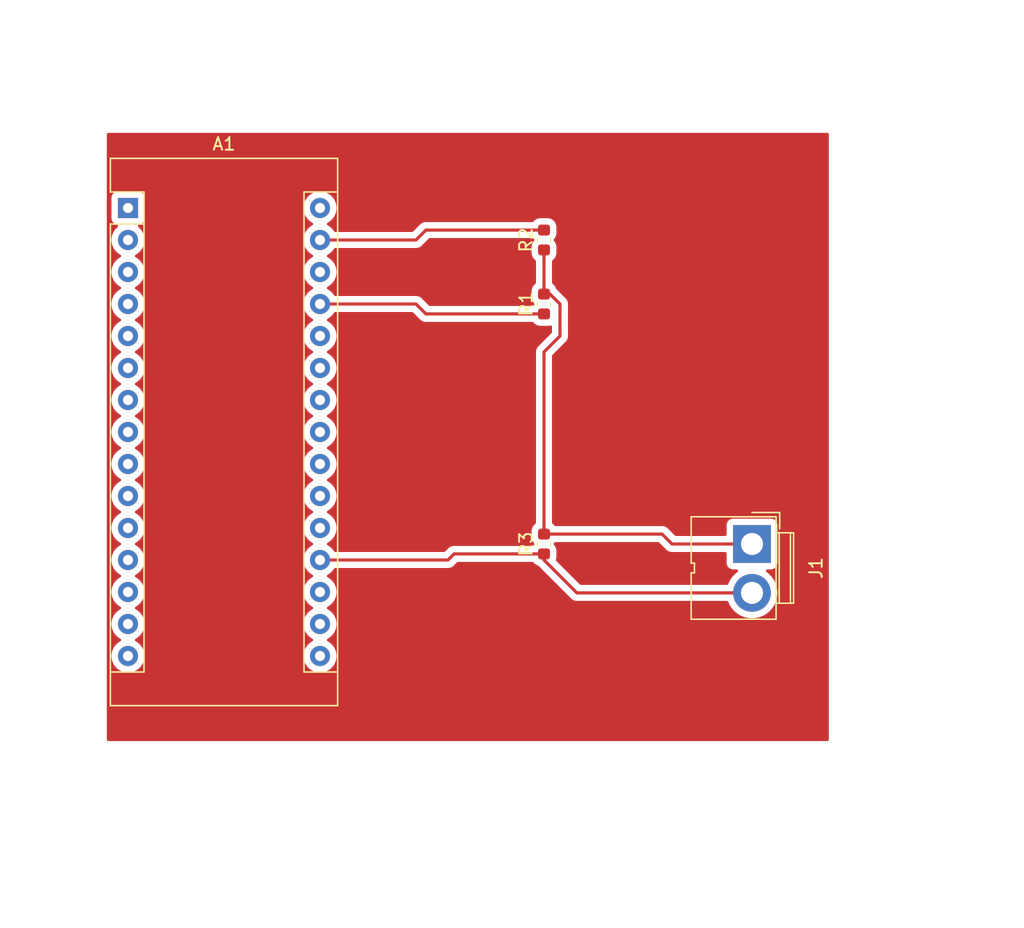
<source format=kicad_pcb>
(kicad_pcb (version 20171130) (host pcbnew 5.1.5+dfsg1-2build2)

  (general
    (thickness 1.6)
    (drawings 0)
    (tracks 21)
    (zones 0)
    (modules 5)
    (nets 32)
  )

  (page A4)
  (layers
    (0 F.Cu signal)
    (31 B.Cu signal)
    (32 B.Adhes user)
    (33 F.Adhes user)
    (34 B.Paste user)
    (35 F.Paste user)
    (36 B.SilkS user)
    (37 F.SilkS user)
    (38 B.Mask user)
    (39 F.Mask user)
    (40 Dwgs.User user)
    (41 Cmts.User user)
    (42 Eco1.User user)
    (43 Eco2.User user)
    (44 Edge.Cuts user)
    (45 Margin user)
    (46 B.CrtYd user)
    (47 F.CrtYd user)
    (48 B.Fab user)
    (49 F.Fab user)
  )

  (setup
    (last_trace_width 0.25)
    (trace_clearance 0.2)
    (zone_clearance 0.508)
    (zone_45_only no)
    (trace_min 0.2)
    (via_size 0.8)
    (via_drill 0.4)
    (via_min_size 0.4)
    (via_min_drill 0.3)
    (uvia_size 0.3)
    (uvia_drill 0.1)
    (uvias_allowed no)
    (uvia_min_size 0.2)
    (uvia_min_drill 0.1)
    (edge_width 0.05)
    (segment_width 0.2)
    (pcb_text_width 0.3)
    (pcb_text_size 1.5 1.5)
    (mod_edge_width 0.12)
    (mod_text_size 1 1)
    (mod_text_width 0.15)
    (pad_size 1.524 1.524)
    (pad_drill 0.762)
    (pad_to_mask_clearance 0.051)
    (solder_mask_min_width 0.25)
    (aux_axis_origin 0 0)
    (visible_elements FFFFFF7F)
    (pcbplotparams
      (layerselection 0x010fc_ffffffff)
      (usegerberextensions false)
      (usegerberattributes false)
      (usegerberadvancedattributes false)
      (creategerberjobfile false)
      (excludeedgelayer true)
      (linewidth 0.100000)
      (plotframeref false)
      (viasonmask false)
      (mode 1)
      (useauxorigin false)
      (hpglpennumber 1)
      (hpglpenspeed 20)
      (hpglpendiameter 15.000000)
      (psnegative false)
      (psa4output false)
      (plotreference true)
      (plotvalue true)
      (plotinvisibletext false)
      (padsonsilk false)
      (subtractmaskfromsilk false)
      (outputformat 1)
      (mirror false)
      (drillshape 1)
      (scaleselection 1)
      (outputdirectory ""))
  )

  (net 0 "")
  (net 1 "Net-(A1-Pad1)")
  (net 2 "Net-(A1-Pad17)")
  (net 3 "Net-(A1-Pad2)")
  (net 4 "Net-(A1-Pad18)")
  (net 5 "Net-(A1-Pad3)")
  (net 6 "Net-(A1-Pad19)")
  (net 7 "Net-(A1-Pad4)")
  (net 8 "Net-(A1-Pad20)")
  (net 9 "Net-(A1-Pad5)")
  (net 10 "Net-(A1-Pad21)")
  (net 11 "Net-(A1-Pad6)")
  (net 12 "Net-(A1-Pad22)")
  (net 13 "Net-(A1-Pad7)")
  (net 14 "Net-(A1-Pad23)")
  (net 15 "Net-(A1-Pad8)")
  (net 16 "Net-(A1-Pad24)")
  (net 17 "Net-(A1-Pad9)")
  (net 18 "Net-(A1-Pad25)")
  (net 19 "Net-(A1-Pad10)")
  (net 20 "Net-(A1-Pad26)")
  (net 21 "Net-(A1-Pad11)")
  (net 22 /vin_5V)
  (net 23 "Net-(A1-Pad12)")
  (net 24 "Net-(A1-Pad28)")
  (net 25 "Net-(A1-Pad13)")
  (net 26 GND)
  (net 27 "Net-(A1-Pad14)")
  (net 28 "Net-(A1-Pad30)")
  (net 29 "Net-(A1-Pad15)")
  (net 30 "Net-(A1-Pad16)")
  (net 31 "Net-(J1-Pad1)")

  (net_class Default "Esta es la clase de red por defecto."
    (clearance 0.2)
    (trace_width 0.25)
    (via_dia 0.8)
    (via_drill 0.4)
    (uvia_dia 0.3)
    (uvia_drill 0.1)
    (add_net /vin_5V)
    (add_net GND)
    (add_net "Net-(A1-Pad1)")
    (add_net "Net-(A1-Pad10)")
    (add_net "Net-(A1-Pad11)")
    (add_net "Net-(A1-Pad12)")
    (add_net "Net-(A1-Pad13)")
    (add_net "Net-(A1-Pad14)")
    (add_net "Net-(A1-Pad15)")
    (add_net "Net-(A1-Pad16)")
    (add_net "Net-(A1-Pad17)")
    (add_net "Net-(A1-Pad18)")
    (add_net "Net-(A1-Pad19)")
    (add_net "Net-(A1-Pad2)")
    (add_net "Net-(A1-Pad20)")
    (add_net "Net-(A1-Pad21)")
    (add_net "Net-(A1-Pad22)")
    (add_net "Net-(A1-Pad23)")
    (add_net "Net-(A1-Pad24)")
    (add_net "Net-(A1-Pad25)")
    (add_net "Net-(A1-Pad26)")
    (add_net "Net-(A1-Pad28)")
    (add_net "Net-(A1-Pad3)")
    (add_net "Net-(A1-Pad30)")
    (add_net "Net-(A1-Pad4)")
    (add_net "Net-(A1-Pad5)")
    (add_net "Net-(A1-Pad6)")
    (add_net "Net-(A1-Pad7)")
    (add_net "Net-(A1-Pad8)")
    (add_net "Net-(A1-Pad9)")
    (add_net "Net-(J1-Pad1)")
  )

  (module Module:Arduino_Nano (layer F.Cu) (tedit 58ACAF70) (tstamp 6266D699)
    (at 68.58 68.58)
    (descr "Arduino Nano, http://www.mouser.com/pdfdocs/Gravitech_Arduino_Nano3_0.pdf")
    (tags "Arduino Nano")
    (path /6266A888)
    (fp_text reference A1 (at 7.62 -5.08) (layer F.SilkS)
      (effects (font (size 1 1) (thickness 0.15)))
    )
    (fp_text value Arduino_Nano_v2.x (at 8.89 19.05 90) (layer F.Fab)
      (effects (font (size 1 1) (thickness 0.15)))
    )
    (fp_text user %R (at 6.35 19.05 90) (layer F.Fab)
      (effects (font (size 1 1) (thickness 0.15)))
    )
    (fp_line (start 1.27 1.27) (end 1.27 -1.27) (layer F.SilkS) (width 0.12))
    (fp_line (start 1.27 -1.27) (end -1.4 -1.27) (layer F.SilkS) (width 0.12))
    (fp_line (start -1.4 1.27) (end -1.4 39.5) (layer F.SilkS) (width 0.12))
    (fp_line (start -1.4 -3.94) (end -1.4 -1.27) (layer F.SilkS) (width 0.12))
    (fp_line (start 13.97 -1.27) (end 16.64 -1.27) (layer F.SilkS) (width 0.12))
    (fp_line (start 13.97 -1.27) (end 13.97 36.83) (layer F.SilkS) (width 0.12))
    (fp_line (start 13.97 36.83) (end 16.64 36.83) (layer F.SilkS) (width 0.12))
    (fp_line (start 1.27 1.27) (end -1.4 1.27) (layer F.SilkS) (width 0.12))
    (fp_line (start 1.27 1.27) (end 1.27 36.83) (layer F.SilkS) (width 0.12))
    (fp_line (start 1.27 36.83) (end -1.4 36.83) (layer F.SilkS) (width 0.12))
    (fp_line (start 3.81 31.75) (end 11.43 31.75) (layer F.Fab) (width 0.1))
    (fp_line (start 11.43 31.75) (end 11.43 41.91) (layer F.Fab) (width 0.1))
    (fp_line (start 11.43 41.91) (end 3.81 41.91) (layer F.Fab) (width 0.1))
    (fp_line (start 3.81 41.91) (end 3.81 31.75) (layer F.Fab) (width 0.1))
    (fp_line (start -1.4 39.5) (end 16.64 39.5) (layer F.SilkS) (width 0.12))
    (fp_line (start 16.64 39.5) (end 16.64 -3.94) (layer F.SilkS) (width 0.12))
    (fp_line (start 16.64 -3.94) (end -1.4 -3.94) (layer F.SilkS) (width 0.12))
    (fp_line (start 16.51 39.37) (end -1.27 39.37) (layer F.Fab) (width 0.1))
    (fp_line (start -1.27 39.37) (end -1.27 -2.54) (layer F.Fab) (width 0.1))
    (fp_line (start -1.27 -2.54) (end 0 -3.81) (layer F.Fab) (width 0.1))
    (fp_line (start 0 -3.81) (end 16.51 -3.81) (layer F.Fab) (width 0.1))
    (fp_line (start 16.51 -3.81) (end 16.51 39.37) (layer F.Fab) (width 0.1))
    (fp_line (start -1.53 -4.06) (end 16.75 -4.06) (layer F.CrtYd) (width 0.05))
    (fp_line (start -1.53 -4.06) (end -1.53 42.16) (layer F.CrtYd) (width 0.05))
    (fp_line (start 16.75 42.16) (end 16.75 -4.06) (layer F.CrtYd) (width 0.05))
    (fp_line (start 16.75 42.16) (end -1.53 42.16) (layer F.CrtYd) (width 0.05))
    (pad 1 thru_hole rect (at 0 0) (size 1.6 1.6) (drill 0.8) (layers *.Cu *.Mask)
      (net 1 "Net-(A1-Pad1)"))
    (pad 17 thru_hole oval (at 15.24 33.02) (size 1.6 1.6) (drill 0.8) (layers *.Cu *.Mask)
      (net 2 "Net-(A1-Pad17)"))
    (pad 2 thru_hole oval (at 0 2.54) (size 1.6 1.6) (drill 0.8) (layers *.Cu *.Mask)
      (net 3 "Net-(A1-Pad2)"))
    (pad 18 thru_hole oval (at 15.24 30.48) (size 1.6 1.6) (drill 0.8) (layers *.Cu *.Mask)
      (net 4 "Net-(A1-Pad18)"))
    (pad 3 thru_hole oval (at 0 5.08) (size 1.6 1.6) (drill 0.8) (layers *.Cu *.Mask)
      (net 5 "Net-(A1-Pad3)"))
    (pad 19 thru_hole oval (at 15.24 27.94) (size 1.6 1.6) (drill 0.8) (layers *.Cu *.Mask)
      (net 6 "Net-(A1-Pad19)"))
    (pad 4 thru_hole oval (at 0 7.62) (size 1.6 1.6) (drill 0.8) (layers *.Cu *.Mask)
      (net 7 "Net-(A1-Pad4)"))
    (pad 20 thru_hole oval (at 15.24 25.4) (size 1.6 1.6) (drill 0.8) (layers *.Cu *.Mask)
      (net 8 "Net-(A1-Pad20)"))
    (pad 5 thru_hole oval (at 0 10.16) (size 1.6 1.6) (drill 0.8) (layers *.Cu *.Mask)
      (net 9 "Net-(A1-Pad5)"))
    (pad 21 thru_hole oval (at 15.24 22.86) (size 1.6 1.6) (drill 0.8) (layers *.Cu *.Mask)
      (net 10 "Net-(A1-Pad21)"))
    (pad 6 thru_hole oval (at 0 12.7) (size 1.6 1.6) (drill 0.8) (layers *.Cu *.Mask)
      (net 11 "Net-(A1-Pad6)"))
    (pad 22 thru_hole oval (at 15.24 20.32) (size 1.6 1.6) (drill 0.8) (layers *.Cu *.Mask)
      (net 12 "Net-(A1-Pad22)"))
    (pad 7 thru_hole oval (at 0 15.24) (size 1.6 1.6) (drill 0.8) (layers *.Cu *.Mask)
      (net 13 "Net-(A1-Pad7)"))
    (pad 23 thru_hole oval (at 15.24 17.78) (size 1.6 1.6) (drill 0.8) (layers *.Cu *.Mask)
      (net 14 "Net-(A1-Pad23)"))
    (pad 8 thru_hole oval (at 0 17.78) (size 1.6 1.6) (drill 0.8) (layers *.Cu *.Mask)
      (net 15 "Net-(A1-Pad8)"))
    (pad 24 thru_hole oval (at 15.24 15.24) (size 1.6 1.6) (drill 0.8) (layers *.Cu *.Mask)
      (net 16 "Net-(A1-Pad24)"))
    (pad 9 thru_hole oval (at 0 20.32) (size 1.6 1.6) (drill 0.8) (layers *.Cu *.Mask)
      (net 17 "Net-(A1-Pad9)"))
    (pad 25 thru_hole oval (at 15.24 12.7) (size 1.6 1.6) (drill 0.8) (layers *.Cu *.Mask)
      (net 18 "Net-(A1-Pad25)"))
    (pad 10 thru_hole oval (at 0 22.86) (size 1.6 1.6) (drill 0.8) (layers *.Cu *.Mask)
      (net 19 "Net-(A1-Pad10)"))
    (pad 26 thru_hole oval (at 15.24 10.16) (size 1.6 1.6) (drill 0.8) (layers *.Cu *.Mask)
      (net 20 "Net-(A1-Pad26)"))
    (pad 11 thru_hole oval (at 0 25.4) (size 1.6 1.6) (drill 0.8) (layers *.Cu *.Mask)
      (net 21 "Net-(A1-Pad11)"))
    (pad 27 thru_hole oval (at 15.24 7.62) (size 1.6 1.6) (drill 0.8) (layers *.Cu *.Mask)
      (net 22 /vin_5V))
    (pad 12 thru_hole oval (at 0 27.94) (size 1.6 1.6) (drill 0.8) (layers *.Cu *.Mask)
      (net 23 "Net-(A1-Pad12)"))
    (pad 28 thru_hole oval (at 15.24 5.08) (size 1.6 1.6) (drill 0.8) (layers *.Cu *.Mask)
      (net 24 "Net-(A1-Pad28)"))
    (pad 13 thru_hole oval (at 0 30.48) (size 1.6 1.6) (drill 0.8) (layers *.Cu *.Mask)
      (net 25 "Net-(A1-Pad13)"))
    (pad 29 thru_hole oval (at 15.24 2.54) (size 1.6 1.6) (drill 0.8) (layers *.Cu *.Mask)
      (net 26 GND))
    (pad 14 thru_hole oval (at 0 33.02) (size 1.6 1.6) (drill 0.8) (layers *.Cu *.Mask)
      (net 27 "Net-(A1-Pad14)"))
    (pad 30 thru_hole oval (at 15.24 0) (size 1.6 1.6) (drill 0.8) (layers *.Cu *.Mask)
      (net 28 "Net-(A1-Pad30)"))
    (pad 15 thru_hole oval (at 0 35.56) (size 1.6 1.6) (drill 0.8) (layers *.Cu *.Mask)
      (net 29 "Net-(A1-Pad15)"))
    (pad 16 thru_hole oval (at 15.24 35.56) (size 1.6 1.6) (drill 0.8) (layers *.Cu *.Mask)
      (net 30 "Net-(A1-Pad16)"))
    (model ${KISYS3DMOD}/Module.3dshapes/Arduino_Nano_WithMountingHoles.wrl
      (at (xyz 0 0 0))
      (scale (xyz 1 1 1))
      (rotate (xyz 0 0 0))
    )
  )

  (module Connector:JWT_A3963_1x02_P3.96mm_Vertical (layer F.Cu) (tedit 5A2A57CE) (tstamp 6266D6BE)
    (at 118.11 95.25 270)
    (descr "JWT A3963, 3.96mm pitch Pin head connector (http://www.jwt.com.tw/pro_pdf/A3963.pdf)")
    (tags "connector JWT A3963 pinhead")
    (path /6266D1C0)
    (fp_text reference J1 (at 1.91 -5.08 90) (layer F.SilkS)
      (effects (font (size 1 1) (thickness 0.15)))
    )
    (fp_text value Conn_01x02 (at 1.91 6.35 90) (layer F.Fab)
      (effects (font (size 1 1) (thickness 0.15)))
    )
    (fp_text user %R (at 2.239999 4.044999 90) (layer F.Fab)
      (effects (font (size 1 1) (thickness 0.15)))
    )
    (fp_line (start 4.6 -3.2) (end 4.6 -1.8) (layer F.Fab) (width 0.1))
    (fp_line (start -0.8 -3.2) (end 4.6 -3.2) (layer F.Fab) (width 0.1))
    (fp_line (start -0.8 -1.8) (end -0.8 -3.2) (layer F.Fab) (width 0.1))
    (fp_line (start 0 -0.3) (end 1.25 -1.8) (layer F.Fab) (width 0.1))
    (fp_line (start -1.25 -1.8) (end 0 -0.3) (layer F.Fab) (width 0.1))
    (fp_line (start -2.5 -2.2) (end -2.5 0) (layer F.SilkS) (width 0.12))
    (fp_line (start -1.2 -2.2) (end -2.5 -2.2) (layer F.SilkS) (width 0.12))
    (fp_line (start -2.05 4.7) (end -2.05 -1.8) (layer F.Fab) (width 0.1))
    (fp_line (start 5.85 4.7) (end -2.05 4.7) (layer F.Fab) (width 0.1))
    (fp_line (start 5.85 -1.8) (end 5.85 4.7) (layer F.Fab) (width 0.1))
    (fp_line (start -2.05 -1.8) (end 5.85 -1.8) (layer F.Fab) (width 0.1))
    (fp_line (start -2.5 -3.55) (end 6.35 -3.55) (layer F.CrtYd) (width 0.05))
    (fp_line (start 6.35 -3.55) (end 6.35 5.05) (layer F.CrtYd) (width 0.05))
    (fp_line (start 6.35 5.05) (end -2.5 5.05) (layer F.CrtYd) (width 0.05))
    (fp_line (start -2.5 5.05) (end -2.5 -3.55) (layer F.CrtYd) (width 0.05))
    (fp_line (start 2.29 4.83) (end 5.97 4.83) (layer F.SilkS) (width 0.12))
    (fp_line (start 1.52 4.83) (end -2.16 4.83) (layer F.SilkS) (width 0.12))
    (fp_line (start 1.52 4.83) (end 1.52 4.57) (layer F.SilkS) (width 0.12))
    (fp_line (start 1.52 4.57) (end 2.29 4.57) (layer F.SilkS) (width 0.12))
    (fp_line (start 2.29 4.57) (end 2.29 4.83) (layer F.SilkS) (width 0.12))
    (fp_line (start -0.89 -2.16) (end 4.7 -2.16) (layer F.SilkS) (width 0.12))
    (fp_line (start -0.89 -3.05) (end 4.7 -3.05) (layer F.SilkS) (width 0.12))
    (fp_line (start 5.97 -1.91) (end 5.97 0) (layer F.SilkS) (width 0.12))
    (fp_line (start -2.16 -1.91) (end -2.16 0) (layer F.SilkS) (width 0.12))
    (fp_line (start -0.89 -3.3) (end 4.7 -3.3) (layer F.SilkS) (width 0.12))
    (fp_line (start 4.7 -1.91) (end 4.7 -3.3) (layer F.SilkS) (width 0.12))
    (fp_line (start -0.89 -1.91) (end -0.89 -3.3) (layer F.SilkS) (width 0.12))
    (fp_line (start -2.16 -1.91) (end 5.97 -1.91) (layer F.SilkS) (width 0.12))
    (fp_line (start -2.16 0) (end -2.16 4.83) (layer F.SilkS) (width 0.12))
    (fp_line (start 5.97 4.83) (end 5.97 0) (layer F.SilkS) (width 0.12))
    (pad 1 thru_hole rect (at 0 0 270) (size 3 3) (drill 1.75) (layers *.Cu *.Mask)
      (net 31 "Net-(J1-Pad1)"))
    (pad 2 thru_hole circle (at 3.88 0 270) (size 3 3) (drill 1.75) (layers *.Cu *.Mask)
      (net 6 "Net-(A1-Pad19)"))
    (model ${KISYS3DMOD}/Connector.3dshapes/JWT_A3963_1x02_P3.96mm_Vertical.wrl
      (at (xyz 0 0 0))
      (scale (xyz 1 1 1))
      (rotate (xyz 0 0 0))
    )
  )

  (module Resistor_SMD:R_0603_1608Metric (layer F.Cu) (tedit 5B301BBD) (tstamp 6266D6CF)
    (at 101.6 76.2 90)
    (descr "Resistor SMD 0603 (1608 Metric), square (rectangular) end terminal, IPC_7351 nominal, (Body size source: http://www.tortai-tech.com/upload/download/2011102023233369053.pdf), generated with kicad-footprint-generator")
    (tags resistor)
    (path /62667ACF)
    (attr smd)
    (fp_text reference R1 (at 0 -1.43 90) (layer F.SilkS)
      (effects (font (size 1 1) (thickness 0.15)))
    )
    (fp_text value 10k (at 0 1.43 90) (layer F.Fab)
      (effects (font (size 1 1) (thickness 0.15)))
    )
    (fp_line (start -0.8 0.4) (end -0.8 -0.4) (layer F.Fab) (width 0.1))
    (fp_line (start -0.8 -0.4) (end 0.8 -0.4) (layer F.Fab) (width 0.1))
    (fp_line (start 0.8 -0.4) (end 0.8 0.4) (layer F.Fab) (width 0.1))
    (fp_line (start 0.8 0.4) (end -0.8 0.4) (layer F.Fab) (width 0.1))
    (fp_line (start -0.162779 -0.51) (end 0.162779 -0.51) (layer F.SilkS) (width 0.12))
    (fp_line (start -0.162779 0.51) (end 0.162779 0.51) (layer F.SilkS) (width 0.12))
    (fp_line (start -1.48 0.73) (end -1.48 -0.73) (layer F.CrtYd) (width 0.05))
    (fp_line (start -1.48 -0.73) (end 1.48 -0.73) (layer F.CrtYd) (width 0.05))
    (fp_line (start 1.48 -0.73) (end 1.48 0.73) (layer F.CrtYd) (width 0.05))
    (fp_line (start 1.48 0.73) (end -1.48 0.73) (layer F.CrtYd) (width 0.05))
    (fp_text user %R (at 0 0 90) (layer F.Fab)
      (effects (font (size 0.4 0.4) (thickness 0.06)))
    )
    (pad 1 smd roundrect (at -0.7875 0 90) (size 0.875 0.95) (layers F.Cu F.Paste F.Mask) (roundrect_rratio 0.25)
      (net 22 /vin_5V))
    (pad 2 smd roundrect (at 0.7875 0 90) (size 0.875 0.95) (layers F.Cu F.Paste F.Mask) (roundrect_rratio 0.25)
      (net 31 "Net-(J1-Pad1)"))
    (model ${KISYS3DMOD}/Resistor_SMD.3dshapes/R_0603_1608Metric.wrl
      (at (xyz 0 0 0))
      (scale (xyz 1 1 1))
      (rotate (xyz 0 0 0))
    )
  )

  (module Resistor_SMD:R_0603_1608Metric (layer F.Cu) (tedit 5B301BBD) (tstamp 6266D6E0)
    (at 101.6 71.12 90)
    (descr "Resistor SMD 0603 (1608 Metric), square (rectangular) end terminal, IPC_7351 nominal, (Body size source: http://www.tortai-tech.com/upload/download/2011102023233369053.pdf), generated with kicad-footprint-generator")
    (tags resistor)
    (path /6266859B)
    (attr smd)
    (fp_text reference R2 (at 0 -1.43 90) (layer F.SilkS)
      (effects (font (size 1 1) (thickness 0.15)))
    )
    (fp_text value 10k (at 0 1.43 90) (layer F.Fab)
      (effects (font (size 1 1) (thickness 0.15)))
    )
    (fp_text user %R (at 0 0 90) (layer F.Fab)
      (effects (font (size 0.4 0.4) (thickness 0.06)))
    )
    (fp_line (start 1.48 0.73) (end -1.48 0.73) (layer F.CrtYd) (width 0.05))
    (fp_line (start 1.48 -0.73) (end 1.48 0.73) (layer F.CrtYd) (width 0.05))
    (fp_line (start -1.48 -0.73) (end 1.48 -0.73) (layer F.CrtYd) (width 0.05))
    (fp_line (start -1.48 0.73) (end -1.48 -0.73) (layer F.CrtYd) (width 0.05))
    (fp_line (start -0.162779 0.51) (end 0.162779 0.51) (layer F.SilkS) (width 0.12))
    (fp_line (start -0.162779 -0.51) (end 0.162779 -0.51) (layer F.SilkS) (width 0.12))
    (fp_line (start 0.8 0.4) (end -0.8 0.4) (layer F.Fab) (width 0.1))
    (fp_line (start 0.8 -0.4) (end 0.8 0.4) (layer F.Fab) (width 0.1))
    (fp_line (start -0.8 -0.4) (end 0.8 -0.4) (layer F.Fab) (width 0.1))
    (fp_line (start -0.8 0.4) (end -0.8 -0.4) (layer F.Fab) (width 0.1))
    (pad 2 smd roundrect (at 0.7875 0 90) (size 0.875 0.95) (layers F.Cu F.Paste F.Mask) (roundrect_rratio 0.25)
      (net 26 GND))
    (pad 1 smd roundrect (at -0.7875 0 90) (size 0.875 0.95) (layers F.Cu F.Paste F.Mask) (roundrect_rratio 0.25)
      (net 31 "Net-(J1-Pad1)"))
    (model ${KISYS3DMOD}/Resistor_SMD.3dshapes/R_0603_1608Metric.wrl
      (at (xyz 0 0 0))
      (scale (xyz 1 1 1))
      (rotate (xyz 0 0 0))
    )
  )

  (module Resistor_SMD:R_0603_1608Metric (layer F.Cu) (tedit 5B301BBD) (tstamp 6266D6F1)
    (at 101.6 95.25 90)
    (descr "Resistor SMD 0603 (1608 Metric), square (rectangular) end terminal, IPC_7351 nominal, (Body size source: http://www.tortai-tech.com/upload/download/2011102023233369053.pdf), generated with kicad-footprint-generator")
    (tags resistor)
    (path /6266987D)
    (attr smd)
    (fp_text reference R3 (at 0 -1.43 90) (layer F.SilkS)
      (effects (font (size 1 1) (thickness 0.15)))
    )
    (fp_text value 100 (at 0 1.43 90) (layer F.Fab)
      (effects (font (size 1 1) (thickness 0.15)))
    )
    (fp_line (start -0.8 0.4) (end -0.8 -0.4) (layer F.Fab) (width 0.1))
    (fp_line (start -0.8 -0.4) (end 0.8 -0.4) (layer F.Fab) (width 0.1))
    (fp_line (start 0.8 -0.4) (end 0.8 0.4) (layer F.Fab) (width 0.1))
    (fp_line (start 0.8 0.4) (end -0.8 0.4) (layer F.Fab) (width 0.1))
    (fp_line (start -0.162779 -0.51) (end 0.162779 -0.51) (layer F.SilkS) (width 0.12))
    (fp_line (start -0.162779 0.51) (end 0.162779 0.51) (layer F.SilkS) (width 0.12))
    (fp_line (start -1.48 0.73) (end -1.48 -0.73) (layer F.CrtYd) (width 0.05))
    (fp_line (start -1.48 -0.73) (end 1.48 -0.73) (layer F.CrtYd) (width 0.05))
    (fp_line (start 1.48 -0.73) (end 1.48 0.73) (layer F.CrtYd) (width 0.05))
    (fp_line (start 1.48 0.73) (end -1.48 0.73) (layer F.CrtYd) (width 0.05))
    (fp_text user %R (at 0 0 90) (layer F.Fab)
      (effects (font (size 0.4 0.4) (thickness 0.06)))
    )
    (pad 1 smd roundrect (at -0.7875 0 90) (size 0.875 0.95) (layers F.Cu F.Paste F.Mask) (roundrect_rratio 0.25)
      (net 6 "Net-(A1-Pad19)"))
    (pad 2 smd roundrect (at 0.7875 0 90) (size 0.875 0.95) (layers F.Cu F.Paste F.Mask) (roundrect_rratio 0.25)
      (net 31 "Net-(J1-Pad1)"))
    (model ${KISYS3DMOD}/Resistor_SMD.3dshapes/R_0603_1608Metric.wrl
      (at (xyz 0 0 0))
      (scale (xyz 1 1 1))
      (rotate (xyz 0 0 0))
    )
  )

  (segment (start 101.6 96.0375) (end 94.4625 96.0375) (width 0.25) (layer F.Cu) (net 6))
  (segment (start 93.98 96.52) (end 83.82 96.52) (width 0.25) (layer F.Cu) (net 6))
  (segment (start 94.4625 96.0375) (end 93.98 96.52) (width 0.25) (layer F.Cu) (net 6))
  (segment (start 101.6 96.0375) (end 101.6 96.52) (width 0.25) (layer F.Cu) (net 6))
  (segment (start 104.21 99.13) (end 118.11 99.13) (width 0.25) (layer F.Cu) (net 6))
  (segment (start 101.6 96.52) (end 104.21 99.13) (width 0.25) (layer F.Cu) (net 6))
  (segment (start 83.82 76.2) (end 91.44 76.2) (width 0.25) (layer F.Cu) (net 22))
  (segment (start 92.2275 76.9875) (end 101.6 76.9875) (width 0.25) (layer F.Cu) (net 22))
  (segment (start 91.44 76.2) (end 92.2275 76.9875) (width 0.25) (layer F.Cu) (net 22))
  (segment (start 83.82 71.12) (end 91.44 71.12) (width 0.25) (layer F.Cu) (net 26))
  (segment (start 92.2275 70.3325) (end 101.6 70.3325) (width 0.25) (layer F.Cu) (net 26))
  (segment (start 91.44 71.12) (end 92.2275 70.3325) (width 0.25) (layer F.Cu) (net 26))
  (segment (start 101.6 71.9075) (end 101.6 75.4125) (width 0.25) (layer F.Cu) (net 31))
  (segment (start 118.11 95.25) (end 111.76 95.25) (width 0.25) (layer F.Cu) (net 31))
  (segment (start 110.9725 94.4625) (end 101.6 94.4625) (width 0.25) (layer F.Cu) (net 31))
  (segment (start 111.76 95.25) (end 110.9725 94.4625) (width 0.25) (layer F.Cu) (net 31))
  (segment (start 101.6 94.4625) (end 101.6 80.01) (width 0.25) (layer F.Cu) (net 31))
  (segment (start 101.6 80.01) (end 102.87 78.74) (width 0.25) (layer F.Cu) (net 31))
  (segment (start 102.075 75.4125) (end 101.6 75.4125) (width 0.25) (layer F.Cu) (net 31))
  (segment (start 102.87 76.2075) (end 102.075 75.4125) (width 0.25) (layer F.Cu) (net 31))
  (segment (start 102.87 78.74) (end 102.87 76.2075) (width 0.25) (layer F.Cu) (net 31))

  (zone (net 0) (net_name "") (layer F.Cu) (tstamp 0) (hatch edge 0.508)
    (connect_pads (clearance 0.508))
    (min_thickness 0.254)
    (fill yes (arc_segments 32) (thermal_gap 0.508) (thermal_bridge_width 0.508))
    (polygon
      (pts
        (xy 139.7 125.73) (xy 58.42 125.73) (xy 58.42 52.07) (xy 139.7 52.07)
      )
    )
    (filled_polygon
      (pts
        (xy 124.0825 62.7425) (xy 124.0825 110.765001) (xy 67.024999 110.765001) (xy 67.024999 67.78) (xy 67.141928 67.78)
        (xy 67.141928 69.38) (xy 67.154188 69.504482) (xy 67.190498 69.62418) (xy 67.249463 69.734494) (xy 67.328815 69.831185)
        (xy 67.425506 69.910537) (xy 67.53582 69.969502) (xy 67.655518 70.005812) (xy 67.663961 70.006643) (xy 67.465363 70.205241)
        (xy 67.30832 70.440273) (xy 67.200147 70.701426) (xy 67.145 70.978665) (xy 67.145 71.261335) (xy 67.200147 71.538574)
        (xy 67.30832 71.799727) (xy 67.465363 72.034759) (xy 67.665241 72.234637) (xy 67.897759 72.39) (xy 67.665241 72.545363)
        (xy 67.465363 72.745241) (xy 67.30832 72.980273) (xy 67.200147 73.241426) (xy 67.145 73.518665) (xy 67.145 73.801335)
        (xy 67.200147 74.078574) (xy 67.30832 74.339727) (xy 67.465363 74.574759) (xy 67.665241 74.774637) (xy 67.897759 74.93)
        (xy 67.665241 75.085363) (xy 67.465363 75.285241) (xy 67.30832 75.520273) (xy 67.200147 75.781426) (xy 67.145 76.058665)
        (xy 67.145 76.341335) (xy 67.200147 76.618574) (xy 67.30832 76.879727) (xy 67.465363 77.114759) (xy 67.665241 77.314637)
        (xy 67.897759 77.47) (xy 67.665241 77.625363) (xy 67.465363 77.825241) (xy 67.30832 78.060273) (xy 67.200147 78.321426)
        (xy 67.145 78.598665) (xy 67.145 78.881335) (xy 67.200147 79.158574) (xy 67.30832 79.419727) (xy 67.465363 79.654759)
        (xy 67.665241 79.854637) (xy 67.897759 80.01) (xy 67.665241 80.165363) (xy 67.465363 80.365241) (xy 67.30832 80.600273)
        (xy 67.200147 80.861426) (xy 67.145 81.138665) (xy 67.145 81.421335) (xy 67.200147 81.698574) (xy 67.30832 81.959727)
        (xy 67.465363 82.194759) (xy 67.665241 82.394637) (xy 67.897759 82.55) (xy 67.665241 82.705363) (xy 67.465363 82.905241)
        (xy 67.30832 83.140273) (xy 67.200147 83.401426) (xy 67.145 83.678665) (xy 67.145 83.961335) (xy 67.200147 84.238574)
        (xy 67.30832 84.499727) (xy 67.465363 84.734759) (xy 67.665241 84.934637) (xy 67.897759 85.09) (xy 67.665241 85.245363)
        (xy 67.465363 85.445241) (xy 67.30832 85.680273) (xy 67.200147 85.941426) (xy 67.145 86.218665) (xy 67.145 86.501335)
        (xy 67.200147 86.778574) (xy 67.30832 87.039727) (xy 67.465363 87.274759) (xy 67.665241 87.474637) (xy 67.897759 87.63)
        (xy 67.665241 87.785363) (xy 67.465363 87.985241) (xy 67.30832 88.220273) (xy 67.200147 88.481426) (xy 67.145 88.758665)
        (xy 67.145 89.041335) (xy 67.200147 89.318574) (xy 67.30832 89.579727) (xy 67.465363 89.814759) (xy 67.665241 90.014637)
        (xy 67.897759 90.17) (xy 67.665241 90.325363) (xy 67.465363 90.525241) (xy 67.30832 90.760273) (xy 67.200147 91.021426)
        (xy 67.145 91.298665) (xy 67.145 91.581335) (xy 67.200147 91.858574) (xy 67.30832 92.119727) (xy 67.465363 92.354759)
        (xy 67.665241 92.554637) (xy 67.897759 92.71) (xy 67.665241 92.865363) (xy 67.465363 93.065241) (xy 67.30832 93.300273)
        (xy 67.200147 93.561426) (xy 67.145 93.838665) (xy 67.145 94.121335) (xy 67.200147 94.398574) (xy 67.30832 94.659727)
        (xy 67.465363 94.894759) (xy 67.665241 95.094637) (xy 67.897759 95.25) (xy 67.665241 95.405363) (xy 67.465363 95.605241)
        (xy 67.30832 95.840273) (xy 67.200147 96.101426) (xy 67.145 96.378665) (xy 67.145 96.661335) (xy 67.200147 96.938574)
        (xy 67.30832 97.199727) (xy 67.465363 97.434759) (xy 67.665241 97.634637) (xy 67.897759 97.79) (xy 67.665241 97.945363)
        (xy 67.465363 98.145241) (xy 67.30832 98.380273) (xy 67.200147 98.641426) (xy 67.145 98.918665) (xy 67.145 99.201335)
        (xy 67.200147 99.478574) (xy 67.30832 99.739727) (xy 67.465363 99.974759) (xy 67.665241 100.174637) (xy 67.897759 100.33)
        (xy 67.665241 100.485363) (xy 67.465363 100.685241) (xy 67.30832 100.920273) (xy 67.200147 101.181426) (xy 67.145 101.458665)
        (xy 67.145 101.741335) (xy 67.200147 102.018574) (xy 67.30832 102.279727) (xy 67.465363 102.514759) (xy 67.665241 102.714637)
        (xy 67.897759 102.87) (xy 67.665241 103.025363) (xy 67.465363 103.225241) (xy 67.30832 103.460273) (xy 67.200147 103.721426)
        (xy 67.145 103.998665) (xy 67.145 104.281335) (xy 67.200147 104.558574) (xy 67.30832 104.819727) (xy 67.465363 105.054759)
        (xy 67.665241 105.254637) (xy 67.900273 105.41168) (xy 68.161426 105.519853) (xy 68.438665 105.575) (xy 68.721335 105.575)
        (xy 68.998574 105.519853) (xy 69.259727 105.41168) (xy 69.494759 105.254637) (xy 69.694637 105.054759) (xy 69.85168 104.819727)
        (xy 69.959853 104.558574) (xy 70.015 104.281335) (xy 70.015 103.998665) (xy 69.959853 103.721426) (xy 69.85168 103.460273)
        (xy 69.694637 103.225241) (xy 69.494759 103.025363) (xy 69.262241 102.87) (xy 69.494759 102.714637) (xy 69.694637 102.514759)
        (xy 69.85168 102.279727) (xy 69.959853 102.018574) (xy 70.015 101.741335) (xy 70.015 101.458665) (xy 69.959853 101.181426)
        (xy 69.85168 100.920273) (xy 69.694637 100.685241) (xy 69.494759 100.485363) (xy 69.262241 100.33) (xy 69.494759 100.174637)
        (xy 69.694637 99.974759) (xy 69.85168 99.739727) (xy 69.959853 99.478574) (xy 70.015 99.201335) (xy 70.015 98.918665)
        (xy 69.959853 98.641426) (xy 69.85168 98.380273) (xy 69.694637 98.145241) (xy 69.494759 97.945363) (xy 69.262241 97.79)
        (xy 69.494759 97.634637) (xy 69.694637 97.434759) (xy 69.85168 97.199727) (xy 69.959853 96.938574) (xy 70.015 96.661335)
        (xy 70.015 96.378665) (xy 69.959853 96.101426) (xy 69.85168 95.840273) (xy 69.694637 95.605241) (xy 69.494759 95.405363)
        (xy 69.262241 95.25) (xy 69.494759 95.094637) (xy 69.694637 94.894759) (xy 69.85168 94.659727) (xy 69.959853 94.398574)
        (xy 70.015 94.121335) (xy 70.015 93.838665) (xy 69.959853 93.561426) (xy 69.85168 93.300273) (xy 69.694637 93.065241)
        (xy 69.494759 92.865363) (xy 69.262241 92.71) (xy 69.494759 92.554637) (xy 69.694637 92.354759) (xy 69.85168 92.119727)
        (xy 69.959853 91.858574) (xy 70.015 91.581335) (xy 70.015 91.298665) (xy 69.959853 91.021426) (xy 69.85168 90.760273)
        (xy 69.694637 90.525241) (xy 69.494759 90.325363) (xy 69.262241 90.17) (xy 69.494759 90.014637) (xy 69.694637 89.814759)
        (xy 69.85168 89.579727) (xy 69.959853 89.318574) (xy 70.015 89.041335) (xy 70.015 88.758665) (xy 69.959853 88.481426)
        (xy 69.85168 88.220273) (xy 69.694637 87.985241) (xy 69.494759 87.785363) (xy 69.262241 87.63) (xy 69.494759 87.474637)
        (xy 69.694637 87.274759) (xy 69.85168 87.039727) (xy 69.959853 86.778574) (xy 70.015 86.501335) (xy 70.015 86.218665)
        (xy 69.959853 85.941426) (xy 69.85168 85.680273) (xy 69.694637 85.445241) (xy 69.494759 85.245363) (xy 69.262241 85.09)
        (xy 69.494759 84.934637) (xy 69.694637 84.734759) (xy 69.85168 84.499727) (xy 69.959853 84.238574) (xy 70.015 83.961335)
        (xy 70.015 83.678665) (xy 69.959853 83.401426) (xy 69.85168 83.140273) (xy 69.694637 82.905241) (xy 69.494759 82.705363)
        (xy 69.262241 82.55) (xy 69.494759 82.394637) (xy 69.694637 82.194759) (xy 69.85168 81.959727) (xy 69.959853 81.698574)
        (xy 70.015 81.421335) (xy 70.015 81.138665) (xy 69.959853 80.861426) (xy 69.85168 80.600273) (xy 69.694637 80.365241)
        (xy 69.494759 80.165363) (xy 69.262241 80.01) (xy 69.494759 79.854637) (xy 69.694637 79.654759) (xy 69.85168 79.419727)
        (xy 69.959853 79.158574) (xy 70.015 78.881335) (xy 70.015 78.598665) (xy 69.959853 78.321426) (xy 69.85168 78.060273)
        (xy 69.694637 77.825241) (xy 69.494759 77.625363) (xy 69.262241 77.47) (xy 69.494759 77.314637) (xy 69.694637 77.114759)
        (xy 69.85168 76.879727) (xy 69.959853 76.618574) (xy 70.015 76.341335) (xy 70.015 76.058665) (xy 69.959853 75.781426)
        (xy 69.85168 75.520273) (xy 69.694637 75.285241) (xy 69.494759 75.085363) (xy 69.262241 74.93) (xy 69.494759 74.774637)
        (xy 69.694637 74.574759) (xy 69.85168 74.339727) (xy 69.959853 74.078574) (xy 70.015 73.801335) (xy 70.015 73.518665)
        (xy 69.959853 73.241426) (xy 69.85168 72.980273) (xy 69.694637 72.745241) (xy 69.494759 72.545363) (xy 69.262241 72.39)
        (xy 69.494759 72.234637) (xy 69.694637 72.034759) (xy 69.85168 71.799727) (xy 69.959853 71.538574) (xy 70.015 71.261335)
        (xy 70.015 70.978665) (xy 69.959853 70.701426) (xy 69.85168 70.440273) (xy 69.694637 70.205241) (xy 69.496039 70.006643)
        (xy 69.504482 70.005812) (xy 69.62418 69.969502) (xy 69.734494 69.910537) (xy 69.831185 69.831185) (xy 69.910537 69.734494)
        (xy 69.969502 69.62418) (xy 70.005812 69.504482) (xy 70.018072 69.38) (xy 70.018072 68.438665) (xy 82.385 68.438665)
        (xy 82.385 68.721335) (xy 82.440147 68.998574) (xy 82.54832 69.259727) (xy 82.705363 69.494759) (xy 82.905241 69.694637)
        (xy 83.137759 69.85) (xy 82.905241 70.005363) (xy 82.705363 70.205241) (xy 82.54832 70.440273) (xy 82.440147 70.701426)
        (xy 82.385 70.978665) (xy 82.385 71.261335) (xy 82.440147 71.538574) (xy 82.54832 71.799727) (xy 82.705363 72.034759)
        (xy 82.905241 72.234637) (xy 83.137759 72.39) (xy 82.905241 72.545363) (xy 82.705363 72.745241) (xy 82.54832 72.980273)
        (xy 82.440147 73.241426) (xy 82.385 73.518665) (xy 82.385 73.801335) (xy 82.440147 74.078574) (xy 82.54832 74.339727)
        (xy 82.705363 74.574759) (xy 82.905241 74.774637) (xy 83.137759 74.93) (xy 82.905241 75.085363) (xy 82.705363 75.285241)
        (xy 82.54832 75.520273) (xy 82.440147 75.781426) (xy 82.385 76.058665) (xy 82.385 76.341335) (xy 82.440147 76.618574)
        (xy 82.54832 76.879727) (xy 82.705363 77.114759) (xy 82.905241 77.314637) (xy 83.137759 77.47) (xy 82.905241 77.625363)
        (xy 82.705363 77.825241) (xy 82.54832 78.060273) (xy 82.440147 78.321426) (xy 82.385 78.598665) (xy 82.385 78.881335)
        (xy 82.440147 79.158574) (xy 82.54832 79.419727) (xy 82.705363 79.654759) (xy 82.905241 79.854637) (xy 83.137759 80.01)
        (xy 82.905241 80.165363) (xy 82.705363 80.365241) (xy 82.54832 80.600273) (xy 82.440147 80.861426) (xy 82.385 81.138665)
        (xy 82.385 81.421335) (xy 82.440147 81.698574) (xy 82.54832 81.959727) (xy 82.705363 82.194759) (xy 82.905241 82.394637)
        (xy 83.137759 82.55) (xy 82.905241 82.705363) (xy 82.705363 82.905241) (xy 82.54832 83.140273) (xy 82.440147 83.401426)
        (xy 82.385 83.678665) (xy 82.385 83.961335) (xy 82.440147 84.238574) (xy 82.54832 84.499727) (xy 82.705363 84.734759)
        (xy 82.905241 84.934637) (xy 83.137759 85.09) (xy 82.905241 85.245363) (xy 82.705363 85.445241) (xy 82.54832 85.680273)
        (xy 82.440147 85.941426) (xy 82.385 86.218665) (xy 82.385 86.501335) (xy 82.440147 86.778574) (xy 82.54832 87.039727)
        (xy 82.705363 87.274759) (xy 82.905241 87.474637) (xy 83.137759 87.63) (xy 82.905241 87.785363) (xy 82.705363 87.985241)
        (xy 82.54832 88.220273) (xy 82.440147 88.481426) (xy 82.385 88.758665) (xy 82.385 89.041335) (xy 82.440147 89.318574)
        (xy 82.54832 89.579727) (xy 82.705363 89.814759) (xy 82.905241 90.014637) (xy 83.137759 90.17) (xy 82.905241 90.325363)
        (xy 82.705363 90.525241) (xy 82.54832 90.760273) (xy 82.440147 91.021426) (xy 82.385 91.298665) (xy 82.385 91.581335)
        (xy 82.440147 91.858574) (xy 82.54832 92.119727) (xy 82.705363 92.354759) (xy 82.905241 92.554637) (xy 83.137759 92.71)
        (xy 82.905241 92.865363) (xy 82.705363 93.065241) (xy 82.54832 93.300273) (xy 82.440147 93.561426) (xy 82.385 93.838665)
        (xy 82.385 94.121335) (xy 82.440147 94.398574) (xy 82.54832 94.659727) (xy 82.705363 94.894759) (xy 82.905241 95.094637)
        (xy 83.137759 95.25) (xy 82.905241 95.405363) (xy 82.705363 95.605241) (xy 82.54832 95.840273) (xy 82.440147 96.101426)
        (xy 82.385 96.378665) (xy 82.385 96.661335) (xy 82.440147 96.938574) (xy 82.54832 97.199727) (xy 82.705363 97.434759)
        (xy 82.905241 97.634637) (xy 83.137759 97.79) (xy 82.905241 97.945363) (xy 82.705363 98.145241) (xy 82.54832 98.380273)
        (xy 82.440147 98.641426) (xy 82.385 98.918665) (xy 82.385 99.201335) (xy 82.440147 99.478574) (xy 82.54832 99.739727)
        (xy 82.705363 99.974759) (xy 82.905241 100.174637) (xy 83.137759 100.33) (xy 82.905241 100.485363) (xy 82.705363 100.685241)
        (xy 82.54832 100.920273) (xy 82.440147 101.181426) (xy 82.385 101.458665) (xy 82.385 101.741335) (xy 82.440147 102.018574)
        (xy 82.54832 102.279727) (xy 82.705363 102.514759) (xy 82.905241 102.714637) (xy 83.137759 102.87) (xy 82.905241 103.025363)
        (xy 82.705363 103.225241) (xy 82.54832 103.460273) (xy 82.440147 103.721426) (xy 82.385 103.998665) (xy 82.385 104.281335)
        (xy 82.440147 104.558574) (xy 82.54832 104.819727) (xy 82.705363 105.054759) (xy 82.905241 105.254637) (xy 83.140273 105.41168)
        (xy 83.401426 105.519853) (xy 83.678665 105.575) (xy 83.961335 105.575) (xy 84.238574 105.519853) (xy 84.499727 105.41168)
        (xy 84.734759 105.254637) (xy 84.934637 105.054759) (xy 85.09168 104.819727) (xy 85.199853 104.558574) (xy 85.255 104.281335)
        (xy 85.255 103.998665) (xy 85.199853 103.721426) (xy 85.09168 103.460273) (xy 84.934637 103.225241) (xy 84.734759 103.025363)
        (xy 84.502241 102.87) (xy 84.734759 102.714637) (xy 84.934637 102.514759) (xy 85.09168 102.279727) (xy 85.199853 102.018574)
        (xy 85.255 101.741335) (xy 85.255 101.458665) (xy 85.199853 101.181426) (xy 85.09168 100.920273) (xy 84.934637 100.685241)
        (xy 84.734759 100.485363) (xy 84.502241 100.33) (xy 84.734759 100.174637) (xy 84.934637 99.974759) (xy 85.09168 99.739727)
        (xy 85.199853 99.478574) (xy 85.255 99.201335) (xy 85.255 98.918665) (xy 85.199853 98.641426) (xy 85.09168 98.380273)
        (xy 84.934637 98.145241) (xy 84.734759 97.945363) (xy 84.502241 97.79) (xy 84.734759 97.634637) (xy 84.934637 97.434759)
        (xy 85.038043 97.28) (xy 93.942678 97.28) (xy 93.98 97.283676) (xy 94.017322 97.28) (xy 94.017333 97.28)
        (xy 94.128986 97.269003) (xy 94.272247 97.225546) (xy 94.404276 97.154974) (xy 94.520001 97.060001) (xy 94.543804 97.030997)
        (xy 94.777301 96.7975) (xy 100.684857 96.7975) (xy 100.737885 96.862115) (xy 100.867725 96.968671) (xy 101.015858 97.04785)
        (xy 101.062396 97.061967) (xy 101.088998 97.083799) (xy 103.646205 99.641008) (xy 103.669999 99.670001) (xy 103.698992 99.693795)
        (xy 103.698996 99.693799) (xy 103.75496 99.739727) (xy 103.785724 99.764974) (xy 103.917753 99.835546) (xy 104.061014 99.879003)
        (xy 104.172667 99.89) (xy 104.172676 99.89) (xy 104.209999 99.893676) (xy 104.247322 99.89) (xy 116.113895 99.89)
        (xy 116.217988 100.141302) (xy 116.451637 100.490983) (xy 116.749017 100.788363) (xy 117.098698 101.022012) (xy 117.487244 101.182953)
        (xy 117.899721 101.265) (xy 118.320279 101.265) (xy 118.732756 101.182953) (xy 119.121302 101.022012) (xy 119.470983 100.788363)
        (xy 119.768363 100.490983) (xy 120.002012 100.141302) (xy 120.162953 99.752756) (xy 120.245 99.340279) (xy 120.245 98.919721)
        (xy 120.162953 98.507244) (xy 120.002012 98.118698) (xy 119.768363 97.769017) (xy 119.470983 97.471637) (xy 119.345919 97.388072)
        (xy 119.61 97.388072) (xy 119.734482 97.375812) (xy 119.85418 97.339502) (xy 119.964494 97.280537) (xy 120.061185 97.201185)
        (xy 120.140537 97.104494) (xy 120.199502 96.99418) (xy 120.235812 96.874482) (xy 120.248072 96.75) (xy 120.248072 93.75)
        (xy 120.235812 93.625518) (xy 120.199502 93.50582) (xy 120.140537 93.395506) (xy 120.061185 93.298815) (xy 119.964494 93.219463)
        (xy 119.85418 93.160498) (xy 119.734482 93.124188) (xy 119.61 93.111928) (xy 116.61 93.111928) (xy 116.485518 93.124188)
        (xy 116.36582 93.160498) (xy 116.255506 93.219463) (xy 116.158815 93.298815) (xy 116.079463 93.395506) (xy 116.020498 93.50582)
        (xy 115.984188 93.625518) (xy 115.971928 93.75) (xy 115.971928 94.49) (xy 112.074802 94.49) (xy 111.536303 93.951502)
        (xy 111.512501 93.922499) (xy 111.396776 93.827526) (xy 111.264747 93.756954) (xy 111.121486 93.713497) (xy 111.009833 93.7025)
        (xy 111.009822 93.7025) (xy 110.9725 93.698824) (xy 110.935178 93.7025) (xy 102.515143 93.7025) (xy 102.462115 93.637885)
        (xy 102.36 93.554082) (xy 102.36 80.324801) (xy 103.381004 79.303798) (xy 103.410001 79.280001) (xy 103.504974 79.164276)
        (xy 103.575546 79.032247) (xy 103.619003 78.888986) (xy 103.63 78.777333) (xy 103.63 78.777324) (xy 103.633676 78.740001)
        (xy 103.63 78.702678) (xy 103.63 76.244825) (xy 103.633676 76.2075) (xy 103.63 76.170175) (xy 103.63 76.170167)
        (xy 103.619003 76.058514) (xy 103.575546 75.915253) (xy 103.504974 75.783224) (xy 103.410001 75.667499) (xy 103.381002 75.643701)
        (xy 102.66731 74.930009) (xy 102.64785 74.865858) (xy 102.568671 74.717725) (xy 102.462115 74.587885) (xy 102.36 74.504082)
        (xy 102.36 72.815918) (xy 102.462115 72.732115) (xy 102.568671 72.602275) (xy 102.64785 72.454142) (xy 102.696608 72.293408)
        (xy 102.713072 72.12625) (xy 102.713072 71.68875) (xy 102.696608 71.521592) (xy 102.64785 71.360858) (xy 102.568671 71.212725)
        (xy 102.492574 71.12) (xy 102.568671 71.027275) (xy 102.64785 70.879142) (xy 102.696608 70.718408) (xy 102.713072 70.55125)
        (xy 102.713072 70.11375) (xy 102.696608 69.946592) (xy 102.64785 69.785858) (xy 102.568671 69.637725) (xy 102.462115 69.507885)
        (xy 102.332275 69.401329) (xy 102.184142 69.32215) (xy 102.023408 69.273392) (xy 101.85625 69.256928) (xy 101.34375 69.256928)
        (xy 101.176592 69.273392) (xy 101.015858 69.32215) (xy 100.867725 69.401329) (xy 100.737885 69.507885) (xy 100.684857 69.5725)
        (xy 92.264822 69.5725) (xy 92.227499 69.568824) (xy 92.190176 69.5725) (xy 92.190167 69.5725) (xy 92.078514 69.583497)
        (xy 91.935253 69.626954) (xy 91.803224 69.697526) (xy 91.687499 69.792499) (xy 91.663701 69.821498) (xy 91.125199 70.36)
        (xy 85.038043 70.36) (xy 84.934637 70.205241) (xy 84.734759 70.005363) (xy 84.502241 69.85) (xy 84.734759 69.694637)
        (xy 84.934637 69.494759) (xy 85.09168 69.259727) (xy 85.199853 68.998574) (xy 85.255 68.721335) (xy 85.255 68.438665)
        (xy 85.199853 68.161426) (xy 85.09168 67.900273) (xy 84.934637 67.665241) (xy 84.734759 67.465363) (xy 84.499727 67.30832)
        (xy 84.238574 67.200147) (xy 83.961335 67.145) (xy 83.678665 67.145) (xy 83.401426 67.200147) (xy 83.140273 67.30832)
        (xy 82.905241 67.465363) (xy 82.705363 67.665241) (xy 82.54832 67.900273) (xy 82.440147 68.161426) (xy 82.385 68.438665)
        (xy 70.018072 68.438665) (xy 70.018072 67.78) (xy 70.005812 67.655518) (xy 69.969502 67.53582) (xy 69.910537 67.425506)
        (xy 69.831185 67.328815) (xy 69.734494 67.249463) (xy 69.62418 67.190498) (xy 69.504482 67.154188) (xy 69.38 67.141928)
        (xy 67.78 67.141928) (xy 67.655518 67.154188) (xy 67.53582 67.190498) (xy 67.425506 67.249463) (xy 67.328815 67.328815)
        (xy 67.249463 67.425506) (xy 67.190498 67.53582) (xy 67.154188 67.655518) (xy 67.141928 67.78) (xy 67.024999 67.78)
        (xy 67.024999 62.7425)
      )
    )
    (filled_polygon
      (pts
        (xy 111.196201 95.761002) (xy 111.219999 95.790001) (xy 111.335724 95.884974) (xy 111.467753 95.955546) (xy 111.611014 95.999003)
        (xy 111.722667 96.01) (xy 111.722676 96.01) (xy 111.759999 96.013676) (xy 111.797322 96.01) (xy 115.971928 96.01)
        (xy 115.971928 96.75) (xy 115.984188 96.874482) (xy 116.020498 96.99418) (xy 116.079463 97.104494) (xy 116.158815 97.201185)
        (xy 116.255506 97.280537) (xy 116.36582 97.339502) (xy 116.485518 97.375812) (xy 116.61 97.388072) (xy 116.874081 97.388072)
        (xy 116.749017 97.471637) (xy 116.451637 97.769017) (xy 116.217988 98.118698) (xy 116.113895 98.37) (xy 104.524803 98.37)
        (xy 102.669051 96.51425) (xy 102.696608 96.423408) (xy 102.713072 96.25625) (xy 102.713072 95.81875) (xy 102.696608 95.651592)
        (xy 102.64785 95.490858) (xy 102.568671 95.342725) (xy 102.492574 95.25) (xy 102.515143 95.2225) (xy 110.657699 95.2225)
      )
    )
    (filled_polygon
      (pts
        (xy 91.663701 77.498502) (xy 91.687499 77.527501) (xy 91.803224 77.622474) (xy 91.935253 77.693046) (xy 92.078514 77.736503)
        (xy 92.190167 77.7475) (xy 92.190176 77.7475) (xy 92.227499 77.751176) (xy 92.264822 77.7475) (xy 100.684857 77.7475)
        (xy 100.737885 77.812115) (xy 100.867725 77.918671) (xy 101.015858 77.99785) (xy 101.176592 78.046608) (xy 101.34375 78.063072)
        (xy 101.85625 78.063072) (xy 102.023408 78.046608) (xy 102.11 78.020341) (xy 102.11 78.425198) (xy 101.088998 79.446201)
        (xy 101.06 79.469999) (xy 101.036202 79.498997) (xy 101.036201 79.498998) (xy 100.965026 79.585724) (xy 100.894454 79.717754)
        (xy 100.86418 79.817558) (xy 100.852933 79.854637) (xy 100.850998 79.861015) (xy 100.836324 80.01) (xy 100.840001 80.047332)
        (xy 100.84 93.554082) (xy 100.737885 93.637885) (xy 100.631329 93.767725) (xy 100.55215 93.915858) (xy 100.503392 94.076592)
        (xy 100.486928 94.24375) (xy 100.486928 94.68125) (xy 100.503392 94.848408) (xy 100.55215 95.009142) (xy 100.631329 95.157275)
        (xy 100.707426 95.25) (xy 100.684857 95.2775) (xy 94.499822 95.2775) (xy 94.462499 95.273824) (xy 94.425176 95.2775)
        (xy 94.425167 95.2775) (xy 94.313514 95.288497) (xy 94.170253 95.331954) (xy 94.038223 95.402526) (xy 94.023024 95.415)
        (xy 93.922499 95.497499) (xy 93.898696 95.526503) (xy 93.665199 95.76) (xy 85.038043 95.76) (xy 84.934637 95.605241)
        (xy 84.734759 95.405363) (xy 84.502241 95.25) (xy 84.734759 95.094637) (xy 84.934637 94.894759) (xy 85.09168 94.659727)
        (xy 85.199853 94.398574) (xy 85.255 94.121335) (xy 85.255 93.838665) (xy 85.199853 93.561426) (xy 85.09168 93.300273)
        (xy 84.934637 93.065241) (xy 84.734759 92.865363) (xy 84.502241 92.71) (xy 84.734759 92.554637) (xy 84.934637 92.354759)
        (xy 85.09168 92.119727) (xy 85.199853 91.858574) (xy 85.255 91.581335) (xy 85.255 91.298665) (xy 85.199853 91.021426)
        (xy 85.09168 90.760273) (xy 84.934637 90.525241) (xy 84.734759 90.325363) (xy 84.502241 90.17) (xy 84.734759 90.014637)
        (xy 84.934637 89.814759) (xy 85.09168 89.579727) (xy 85.199853 89.318574) (xy 85.255 89.041335) (xy 85.255 88.758665)
        (xy 85.199853 88.481426) (xy 85.09168 88.220273) (xy 84.934637 87.985241) (xy 84.734759 87.785363) (xy 84.502241 87.63)
        (xy 84.734759 87.474637) (xy 84.934637 87.274759) (xy 85.09168 87.039727) (xy 85.199853 86.778574) (xy 85.255 86.501335)
        (xy 85.255 86.218665) (xy 85.199853 85.941426) (xy 85.09168 85.680273) (xy 84.934637 85.445241) (xy 84.734759 85.245363)
        (xy 84.502241 85.09) (xy 84.734759 84.934637) (xy 84.934637 84.734759) (xy 85.09168 84.499727) (xy 85.199853 84.238574)
        (xy 85.255 83.961335) (xy 85.255 83.678665) (xy 85.199853 83.401426) (xy 85.09168 83.140273) (xy 84.934637 82.905241)
        (xy 84.734759 82.705363) (xy 84.502241 82.55) (xy 84.734759 82.394637) (xy 84.934637 82.194759) (xy 85.09168 81.959727)
        (xy 85.199853 81.698574) (xy 85.255 81.421335) (xy 85.255 81.138665) (xy 85.199853 80.861426) (xy 85.09168 80.600273)
        (xy 84.934637 80.365241) (xy 84.734759 80.165363) (xy 84.502241 80.01) (xy 84.734759 79.854637) (xy 84.934637 79.654759)
        (xy 85.09168 79.419727) (xy 85.199853 79.158574) (xy 85.255 78.881335) (xy 85.255 78.598665) (xy 85.199853 78.321426)
        (xy 85.09168 78.060273) (xy 84.934637 77.825241) (xy 84.734759 77.625363) (xy 84.502241 77.47) (xy 84.734759 77.314637)
        (xy 84.934637 77.114759) (xy 85.038043 76.96) (xy 91.125199 76.96)
      )
    )
    (filled_polygon
      (pts
        (xy 100.707426 71.12) (xy 100.631329 71.212725) (xy 100.55215 71.360858) (xy 100.503392 71.521592) (xy 100.486928 71.68875)
        (xy 100.486928 72.12625) (xy 100.503392 72.293408) (xy 100.55215 72.454142) (xy 100.631329 72.602275) (xy 100.737885 72.732115)
        (xy 100.84 72.815918) (xy 100.840001 74.504082) (xy 100.737885 74.587885) (xy 100.631329 74.717725) (xy 100.55215 74.865858)
        (xy 100.503392 75.026592) (xy 100.486928 75.19375) (xy 100.486928 75.63125) (xy 100.503392 75.798408) (xy 100.55215 75.959142)
        (xy 100.631329 76.107275) (xy 100.707426 76.2) (xy 100.684857 76.2275) (xy 92.542302 76.2275) (xy 92.003803 75.689002)
        (xy 91.980001 75.659999) (xy 91.864276 75.565026) (xy 91.732247 75.494454) (xy 91.588986 75.450997) (xy 91.477333 75.44)
        (xy 91.477322 75.44) (xy 91.44 75.436324) (xy 91.402678 75.44) (xy 85.038043 75.44) (xy 84.934637 75.285241)
        (xy 84.734759 75.085363) (xy 84.502241 74.93) (xy 84.734759 74.774637) (xy 84.934637 74.574759) (xy 85.09168 74.339727)
        (xy 85.199853 74.078574) (xy 85.255 73.801335) (xy 85.255 73.518665) (xy 85.199853 73.241426) (xy 85.09168 72.980273)
        (xy 84.934637 72.745241) (xy 84.734759 72.545363) (xy 84.502241 72.39) (xy 84.734759 72.234637) (xy 84.934637 72.034759)
        (xy 85.038043 71.88) (xy 91.402678 71.88) (xy 91.44 71.883676) (xy 91.477322 71.88) (xy 91.477333 71.88)
        (xy 91.588986 71.869003) (xy 91.732247 71.825546) (xy 91.864276 71.754974) (xy 91.980001 71.660001) (xy 92.003803 71.630998)
        (xy 92.542302 71.0925) (xy 100.684857 71.0925)
      )
    )
  )
)

</source>
